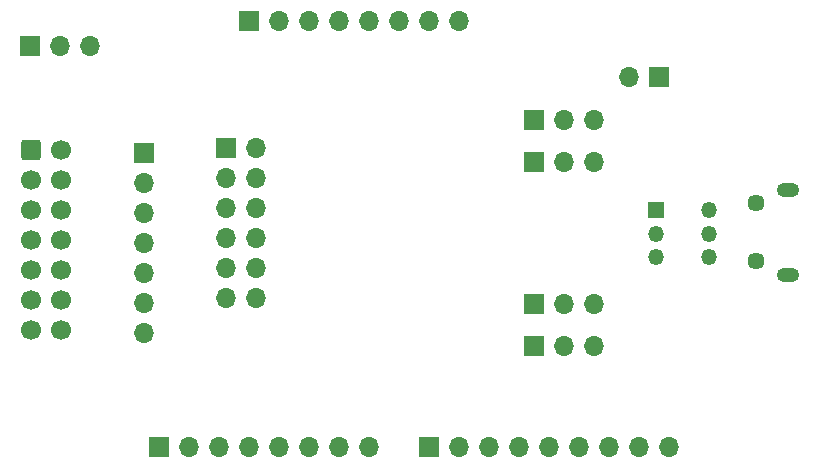
<source format=gbs>
G04 #@! TF.GenerationSoftware,KiCad,Pcbnew,(6.0.7)*
G04 #@! TF.CreationDate,2022-09-17T20:46:44+02:00*
G04 #@! TF.ProjectId,SLAU272_FR5739,534c4155-3237-4325-9f46-52353733392e,rev?*
G04 #@! TF.SameCoordinates,Original*
G04 #@! TF.FileFunction,Soldermask,Bot*
G04 #@! TF.FilePolarity,Negative*
%FSLAX46Y46*%
G04 Gerber Fmt 4.6, Leading zero omitted, Abs format (unit mm)*
G04 Created by KiCad (PCBNEW (6.0.7)) date 2022-09-17 20:46:44*
%MOMM*%
%LPD*%
G01*
G04 APERTURE LIST*
G04 Aperture macros list*
%AMRoundRect*
0 Rectangle with rounded corners*
0 $1 Rounding radius*
0 $2 $3 $4 $5 $6 $7 $8 $9 X,Y pos of 4 corners*
0 Add a 4 corners polygon primitive as box body*
4,1,4,$2,$3,$4,$5,$6,$7,$8,$9,$2,$3,0*
0 Add four circle primitives for the rounded corners*
1,1,$1+$1,$2,$3*
1,1,$1+$1,$4,$5*
1,1,$1+$1,$6,$7*
1,1,$1+$1,$8,$9*
0 Add four rect primitives between the rounded corners*
20,1,$1+$1,$2,$3,$4,$5,0*
20,1,$1+$1,$4,$5,$6,$7,0*
20,1,$1+$1,$6,$7,$8,$9,0*
20,1,$1+$1,$8,$9,$2,$3,0*%
G04 Aperture macros list end*
%ADD10RoundRect,0.250000X-0.600000X-0.600000X0.600000X-0.600000X0.600000X0.600000X-0.600000X0.600000X0*%
%ADD11C,1.700000*%
%ADD12R,1.700000X1.700000*%
%ADD13O,1.700000X1.700000*%
%ADD14C,1.450000*%
%ADD15O,1.900000X1.200000*%
%ADD16R,1.350000X1.350000*%
%ADD17O,1.350000X1.350000*%
G04 APERTURE END LIST*
D10*
X112445000Y-95950000D03*
D11*
X114985000Y-95950000D03*
X112445000Y-98490000D03*
X114985000Y-98490000D03*
X112445000Y-101030000D03*
X114985000Y-101030000D03*
X112445000Y-103570000D03*
X114985000Y-103570000D03*
X112445000Y-106110000D03*
X114985000Y-106110000D03*
X112445000Y-108650000D03*
X114985000Y-108650000D03*
X112445000Y-111190000D03*
X114985000Y-111190000D03*
D12*
X130860000Y-85030000D03*
D13*
X133400000Y-85030000D03*
X135940000Y-85030000D03*
X138480000Y-85030000D03*
X141020000Y-85030000D03*
X143560000Y-85030000D03*
X146100000Y-85030000D03*
X148640000Y-85030000D03*
D12*
X146100000Y-121100000D03*
D13*
X148640000Y-121100000D03*
X151180000Y-121100000D03*
X153720000Y-121100000D03*
X156260000Y-121100000D03*
X158800000Y-121100000D03*
X161340000Y-121100000D03*
X163880000Y-121100000D03*
X166420000Y-121100000D03*
D12*
X121970000Y-96203000D03*
D13*
X121970000Y-98743000D03*
X121970000Y-101283000D03*
X121970000Y-103823000D03*
X121970000Y-106363000D03*
X121970000Y-108903000D03*
X121970000Y-111443000D03*
D12*
X165600000Y-89800000D03*
D13*
X163060000Y-89800000D03*
D12*
X123240000Y-121100000D03*
D13*
X125780000Y-121100000D03*
X128320000Y-121100000D03*
X130860000Y-121100000D03*
X133400000Y-121100000D03*
X135940000Y-121100000D03*
X138480000Y-121100000D03*
X141020000Y-121100000D03*
D12*
X155000000Y-93400000D03*
D13*
X157540000Y-93400000D03*
X160080000Y-93400000D03*
D12*
X155000000Y-97000000D03*
D13*
X157540000Y-97000000D03*
X160080000Y-97000000D03*
D12*
X155000000Y-112600000D03*
D13*
X157540000Y-112600000D03*
X160080000Y-112600000D03*
D12*
X155000000Y-109000000D03*
D13*
X157540000Y-109000000D03*
X160080000Y-109000000D03*
D14*
X173846000Y-100489000D03*
D15*
X176546000Y-99339000D03*
X176546000Y-106539000D03*
D14*
X173846000Y-105389000D03*
D12*
X112300000Y-87180000D03*
D13*
X114840000Y-87180000D03*
X117380000Y-87180000D03*
D16*
X165350000Y-101050000D03*
D17*
X165350000Y-103050000D03*
X165350000Y-105050000D03*
X169850000Y-101050000D03*
X169850000Y-103050000D03*
X169850000Y-105050000D03*
D12*
X128969200Y-95827000D03*
D13*
X131509200Y-95827000D03*
X128969200Y-98367000D03*
X131509200Y-98367000D03*
X128969200Y-100907000D03*
X131509200Y-100907000D03*
X128969200Y-103447000D03*
X131509200Y-103447000D03*
X128969200Y-105987000D03*
X131509200Y-105987000D03*
X128969200Y-108527000D03*
X131509200Y-108527000D03*
M02*

</source>
